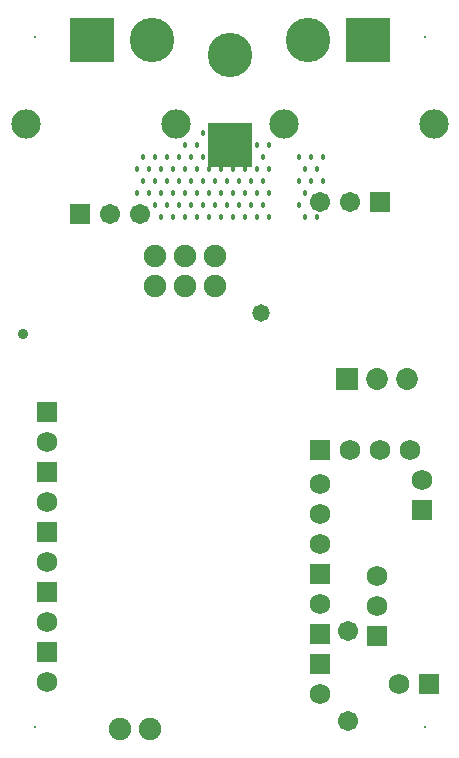
<source format=gbr>
%TF.GenerationSoftware,Altium Limited,Altium Designer,22.10.1 (41)*%
G04 Layer_Color=16711935*
%FSLAX26Y26*%
%MOIN*%
%TF.SameCoordinates,59CDB8F9-364B-4C5A-A8AF-F7A69B8E0267*%
%TF.FilePolarity,Negative*%
%TF.FileFunction,Soldermask,Bot*%
%TF.Part,Single*%
G01*
G75*
%TA.AperFunction,ViaPad*%
%ADD29C,0.075000*%
%TA.AperFunction,ComponentPad*%
%ADD34R,0.148000X0.148000*%
%ADD35C,0.148000*%
%ADD36C,0.008000*%
%ADD37R,0.148000X0.148000*%
%ADD38C,0.068000*%
%ADD39R,0.068000X0.068000*%
%ADD40R,0.068000X0.068000*%
%ADD41C,0.098000*%
%ADD42C,0.072961*%
%ADD43R,0.072961X0.072961*%
%ADD44C,0.067055*%
%ADD45R,0.067055X0.067055*%
%TA.AperFunction,ViaPad*%
%ADD46C,0.018000*%
%ADD47C,0.058000*%
%ADD48C,0.036000*%
D29*
X485000Y95000D02*
D03*
X385000D02*
D03*
X500000Y1571000D02*
D03*
Y1671000D02*
D03*
X600000Y1571000D02*
D03*
Y1671000D02*
D03*
X700000Y1571000D02*
D03*
Y1671000D02*
D03*
D34*
X750000Y2040000D02*
D03*
D35*
Y2340000D02*
D03*
X490000Y2390000D02*
D03*
X1010000D02*
D03*
D36*
X100000Y2400000D02*
D03*
X1400000D02*
D03*
X100000Y100000D02*
D03*
X1400000D02*
D03*
D37*
X290000Y2390000D02*
D03*
X1210000D02*
D03*
D38*
X1050000Y910000D02*
D03*
Y710000D02*
D03*
Y810000D02*
D03*
X1250000Y1025000D02*
D03*
X1150000D02*
D03*
X1350000D02*
D03*
X1240000Y505000D02*
D03*
Y605000D02*
D03*
X1315000Y245000D02*
D03*
X1390000Y925000D02*
D03*
X140000Y1050000D02*
D03*
X1050000Y510000D02*
D03*
X140000Y650000D02*
D03*
Y250000D02*
D03*
X1050000Y210000D02*
D03*
X140000Y850000D02*
D03*
Y450000D02*
D03*
D39*
X1050000Y610000D02*
D03*
X1240000Y405000D02*
D03*
X1390000Y825000D02*
D03*
X140000Y1150000D02*
D03*
X1050000Y410000D02*
D03*
X140000Y750000D02*
D03*
Y350000D02*
D03*
X1050000Y310000D02*
D03*
X140000Y950000D02*
D03*
Y550000D02*
D03*
D40*
X1050000Y1025000D02*
D03*
X1415000Y245000D02*
D03*
D41*
X570000Y2110000D02*
D03*
X70000D02*
D03*
X930000D02*
D03*
X1430000D02*
D03*
D42*
X1340000Y1260000D02*
D03*
X1240000D02*
D03*
D43*
X1140000D02*
D03*
D44*
X450000Y1810000D02*
D03*
X350000D02*
D03*
X1145000Y420000D02*
D03*
Y120000D02*
D03*
X1150000Y1850000D02*
D03*
X1050000D02*
D03*
D45*
X250000Y1810000D02*
D03*
X1250000Y1850000D02*
D03*
D46*
X1060000Y2000000D02*
D03*
X1040000Y1960000D02*
D03*
X1060000Y1920000D02*
D03*
X1040000Y1800000D02*
D03*
X1020000Y2000000D02*
D03*
X1000000Y1960000D02*
D03*
X1020000Y1920000D02*
D03*
X1000000Y1880000D02*
D03*
Y1800000D02*
D03*
X980000Y2000000D02*
D03*
Y1920000D02*
D03*
Y1840000D02*
D03*
X880000Y2040000D02*
D03*
Y1960000D02*
D03*
Y1880000D02*
D03*
Y1800000D02*
D03*
X840000Y2040000D02*
D03*
X860000Y2000000D02*
D03*
X840000Y1960000D02*
D03*
X860000Y1920000D02*
D03*
X840000Y1880000D02*
D03*
X860000Y1840000D02*
D03*
X840000Y1800000D02*
D03*
X800000Y1960000D02*
D03*
X820000Y1920000D02*
D03*
X800000Y1880000D02*
D03*
X820000Y1840000D02*
D03*
X800000Y1800000D02*
D03*
X760000Y1960000D02*
D03*
X780000Y1920000D02*
D03*
X760000Y1880000D02*
D03*
X780000Y1840000D02*
D03*
X760000Y1800000D02*
D03*
X720000Y1960000D02*
D03*
X740000Y1920000D02*
D03*
X720000Y1880000D02*
D03*
X740000Y1840000D02*
D03*
X720000Y1800000D02*
D03*
X680000Y1960000D02*
D03*
X700000Y1920000D02*
D03*
X680000Y1880000D02*
D03*
X700000Y1840000D02*
D03*
X680000Y1800000D02*
D03*
X660000Y2080000D02*
D03*
X640000Y2040000D02*
D03*
X660000Y2000000D02*
D03*
X640000Y1960000D02*
D03*
X660000Y1920000D02*
D03*
X640000Y1880000D02*
D03*
X660000Y1840000D02*
D03*
X640000Y1800000D02*
D03*
X600000Y2040000D02*
D03*
X620000Y2000000D02*
D03*
X600000Y1960000D02*
D03*
X620000Y1920000D02*
D03*
X600000Y1880000D02*
D03*
X620000Y1840000D02*
D03*
X600000Y1800000D02*
D03*
X580000Y2000000D02*
D03*
X560000Y1960000D02*
D03*
X580000Y1920000D02*
D03*
X560000Y1880000D02*
D03*
X580000Y1840000D02*
D03*
X560000Y1800000D02*
D03*
X540000Y2000000D02*
D03*
X520000Y1960000D02*
D03*
X540000Y1920000D02*
D03*
X520000Y1880000D02*
D03*
X540000Y1840000D02*
D03*
X520000Y1800000D02*
D03*
X500000Y2000000D02*
D03*
X480000Y1960000D02*
D03*
X500000Y1920000D02*
D03*
X480000Y1880000D02*
D03*
X500000Y1840000D02*
D03*
X460000Y2000000D02*
D03*
X440000Y1960000D02*
D03*
X460000Y1920000D02*
D03*
X440000Y1880000D02*
D03*
D47*
X855000Y1480000D02*
D03*
D48*
X60000Y1410000D02*
D03*
%TF.MD5,a60606253bb659f796f5fc3099437063*%
M02*

</source>
